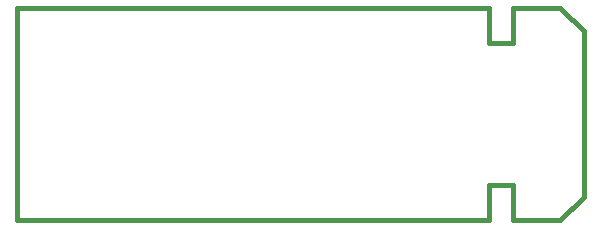
<source format=gbr>
%TF.GenerationSoftware,KiCad,Pcbnew,6.0.1-79c1e3a40b~116~ubuntu20.04.1*%
%TF.CreationDate,2022-01-17T20:19:10+01:00*%
%TF.ProjectId,usb,7573622e-6b69-4636-9164-5f7063625858,rev?*%
%TF.SameCoordinates,Original*%
%TF.FileFunction,Profile,NP*%
%FSLAX46Y46*%
G04 Gerber Fmt 4.6, Leading zero omitted, Abs format (unit mm)*
G04 Created by KiCad (PCBNEW 6.0.1-79c1e3a40b~116~ubuntu20.04.1) date 2022-01-17 20:19:10*
%MOMM*%
%LPD*%
G01*
G04 APERTURE LIST*
%TA.AperFunction,Profile*%
%ADD10C,0.400000*%
%TD*%
G04 APERTURE END LIST*
D10*
X142000000Y-70000000D02*
X142000000Y-73000000D01*
X140000000Y-85000000D02*
X140000000Y-88000000D01*
X140000000Y-85000000D02*
X142000000Y-85000000D01*
X100000000Y-70000000D02*
X140000000Y-70000000D01*
X142000000Y-70000000D02*
X146000000Y-70000000D01*
X140000000Y-73000000D02*
X142000000Y-73000000D01*
X142000000Y-85000000D02*
X142000000Y-88000000D01*
X146000000Y-70000000D02*
X148000000Y-72000000D01*
X148000000Y-72000000D02*
X148000000Y-86000000D01*
X100000000Y-70000000D02*
X100000000Y-88000000D01*
X100000000Y-88000000D02*
X140000000Y-88000000D01*
X142000000Y-88000000D02*
X146000000Y-88000000D01*
X140000000Y-70000000D02*
X140000000Y-73000000D01*
X146000000Y-88000000D02*
X148000000Y-86000000D01*
M02*

</source>
